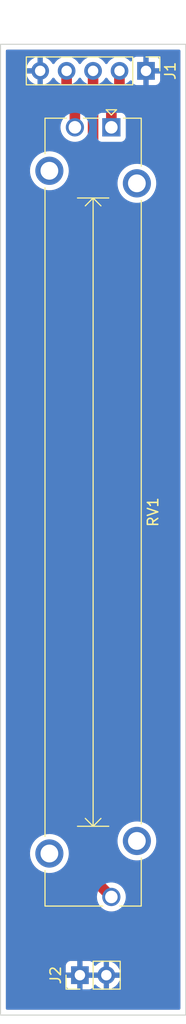
<source format=kicad_pcb>
(kicad_pcb (version 20211014) (generator pcbnew)
  (layers (0 "F.Cu" signal) (31 "B.Cu" signal) (34 "B.Paste" user) (35 "F.Paste" user) (36 "B.SilkS" user "B.Silkscreen") (37 "F.SilkS" user "F.Silkscreen") (38 "B.Mask" user) (39 "F.Mask" user) (44 "Edge.Cuts" user))
  (net 0 "")
  (net 1 "Net-(J1-Pad2)")
  (net 2 "Net-(RV1-Pad2)")
  (net 3 "Net-(RV1-Pad3)")
  (net 4 "GND")
  (footprint "Connector_PinHeader_2.54mm:PinHeader_1x05_P2.54mm_Vertical" (layer "F.Cu") (at 170.175 45.72 -90)
    (fp_text reference "J1" (at 0 -2.33 -90) (layer "F.SilkS"))
    (fp_text value "Conn_01x05_Male")
    (fp_line (start -1.33 0) (end -1.33 -1.33) (layer "F.SilkS") (width 0.12))
    (fp_line (start -1.33 11.49) (end 1.33 11.49) (layer "F.SilkS") (width 0.12))
    (fp_line (start -1.33 1.27) (end 1.33 1.27) (layer "F.SilkS") (width 0.12))
    (fp_line (start -1.33 -1.33) (end 0 -1.33) (layer "F.SilkS") (width 0.12))
    (fp_line (start -1.33 1.27) (end -1.33 11.49) (layer "F.SilkS") (width 0.12))
    (fp_line (start 1.33 1.27) (end 1.33 11.49) (layer "F.SilkS") (width 0.12))
    (pad "1" thru_hole rect (at 0 0 270) (size 1.7 1.7) (drill 1) (layers *.Cu *.Mask) (net 4 "GND"))
    (pad "2" thru_hole oval (at 0 2.54 270) (size 1.7 1.7) (drill 1) (layers *.Cu *.Mask) (net 1 "Net-(J1-Pad2)"))
    (pad "3" thru_hole oval (at 0 5.08 270) (size 1.7 1.7) (drill 1) (layers *.Cu *.Mask) (net 3 "Net-(RV1-Pad3)"))
    (pad "4" thru_hole oval (at 0 7.62 270) (size 1.7 1.7) (drill 1) (layers *.Cu *.Mask) (net 2 "Net-(RV1-Pad2)"))
    (pad "5" thru_hole oval (at 0 10.16 270) (size 1.7 1.7) (drill 1) (layers *.Cu *.Mask) (net 4 "GND"))
  )
  (footprint "Connector_PinHeader_2.54mm:PinHeader_1x02_P2.54mm_Vertical" (layer "F.Cu") (at 163.83 132.08 90)
    (fp_text reference "J2" (at 0 -2.33 90) (layer "F.SilkS"))
    (fp_text value "Conn_01x02")
    (fp_line (start 1.33 1.27) (end 1.33 3.87) (layer "F.SilkS") (width 0.12))
    (fp_line (start -1.33 -1.33) (end 0 -1.33) (layer "F.SilkS") (width 0.12))
    (fp_line (start -1.33 1.27) (end -1.33 3.87) (layer "F.SilkS") (width 0.12))
    (fp_line (start -1.33 1.27) (end 1.33 1.27) (layer "F.SilkS") (width 0.12))
    (fp_line (start -1.33 3.87) (end 1.33 3.87) (layer "F.SilkS") (width 0.12))
    (fp_line (start -1.33 0) (end -1.33 -1.33) (layer "F.SilkS") (width 0.12))
    (pad "1" thru_hole rect (at 0 0 90) (size 1.7 1.7) (drill 1) (layers *.Cu *.Mask) (net 4 "GND"))
    (pad "2" thru_hole oval (at 0 2.54 90) (size 1.7 1.7) (drill 1) (layers *.Cu *.Mask) (net 4 "GND"))
  )
  (footprint "Potentiometer_THT:Potentiometer_Bourns_PTA6043_Single_Slide" (layer "F.Cu") (at 166.85 51.11 -90)
    (fp_text reference "RV1" (at 36.75 -4 90) (layer "F.SilkS"))
    (fp_text value "R_Potentiometer")
    (fp_line (start 69.786 -2.87) (end 74.37 -2.87) (layer "F.SilkS") (width 0.12))
    (fp_line (start 7.5 1) (end 6.75 1.75) (layer "F.SilkS") (width 0.12))
    (fp_line (start -0.87 -2.87) (end -0.87 -1.175) (layer "F.SilkS") (width 0.12))
    (fp_line (start 66 1) (end 66.75 1.75) (layer "F.SilkS") (width 0.12))
    (fp_line (start 6.75 1.75) (end 7.5 2.5) (layer "F.SilkS") (width 0.12))
    (fp_line (start -0.87 1.175) (end -0.87 2.678) (layer "F.SilkS") (width 0.12))
    (fp_line (start 6.75 1.75) (end 66.75 1.75) (layer "F.SilkS") (width 0.12))
    (fp_line (start 5.786 6.37) (end 67.715 6.37) (layer "F.SilkS") (width 0.12))
    (fp_line (start -0.87 6.37) (end 2.515 6.37) (layer "F.SilkS") (width 0.12))
    (fp_line (start -1.675 -0.5) (end -1.675 0.5) (layer "F.SilkS") (width 0.12))
    (fp_line (start 66.75 1.75) (end 66 2.5) (layer "F.SilkS") (width 0.12))
    (fp_line (start -0.87 -2.87) (end 3.715 -2.87) (layer "F.SilkS") (width 0.12))
    (fp_line (start 74.37 0.823) (end 74.37 6.37) (layer "F.SilkS") (width 0.12))
    (fp_line (start 70.986 6.37) (end 74.37 6.37) (layer "F.SilkS") (width 0.12))
    (fp_line (start -1.675 0.5) (end -1.175 0) (layer "F.SilkS") (width 0.12))
    (fp_line (start -0.87 4.323) (end -0.87 6.37) (layer "F.SilkS") (width 0.12))
    (fp_line (start -1.175 0) (end -1.675 -0.5) (layer "F.SilkS") (width 0.12))
    (fp_line (start 6.75 0.25) (end 6.75 3.25) (layer "F.SilkS") (width 0.12))
    (fp_line (start 74.37 -2.87) (end 74.37 -0.823) (layer "F.SilkS") (width 0.12))
    (fp_line (start 66.75 0.25) (end 66.75 3.25) (layer "F.SilkS") (width 0.12))
    (fp_line (start 6.986 -2.87) (end 66.515 -2.87) (layer "F.SilkS") (width 0.12))
    (pad "1" thru_hole rect (at 0 0 270) (size 1.75 1.75) (drill 1.2) (layers *.Cu *.Mask) (net 1 "Net-(J1-Pad2)"))
    (pad "2" thru_hole circle (at 0 3.5 270) (size 1.75 1.75) (drill 1.2) (layers *.Cu *.Mask) (net 2 "Net-(RV1-Pad2)"))
    (pad "3" thru_hole circle (at 73.5 0 270) (size 1.75 1.75) (drill 1.2) (layers *.Cu *.Mask) (net 3 "Net-(RV1-Pad3)"))
    (pad "MP" thru_hole circle (at 5.35 -2.45 270) (size 2.7 2.7) (drill 1.7) (layers *.Cu *.Mask))
    (pad "MP" thru_hole circle (at 69.35 5.95 270) (size 2.7 2.7) (drill 1.7) (layers *.Cu *.Mask))
    (pad "MP" thru_hole circle (at 4.15 5.95 270) (size 2.7 2.7) (drill 1.7) (layers *.Cu *.Mask))
    (pad "MP" thru_hole circle (at 68.15 -2.45 270) (size 2.7 2.7) (drill 1.7) (layers *.Cu *.Mask))
  )
  (gr_rect (start 156.21 43.18) (end 173.99 135.89) (layer "Edge.Cuts") (width 0.1) (fill none))
  (segment (start 166.85 48.415) (end 166.85 51.11) (width 1.016) (layer "F.Cu") (net 1))
  (segment (start 167.625 45.72) (end 167.625 47.64) (width 1.016) (layer "F.Cu") (net 1))
  (segment (start 167.625 47.64) (end 166.85 48.415) (width 1.016) (layer "F.Cu") (net 1))
  (segment (start 162.555 48.255) (end 162.555 45.72) (width 1.016) (layer "F.Cu") (net 2))
  (segment (start 163.35 51.11) (end 163.35 49.05) (width 1.016) (layer "F.Cu") (net 2))
  (segment (start 163.35 49.05) (end 162.555 48.255) (width 1.016) (layer "F.Cu") (net 2))
  (segment (start 165.095 122.855) (end 166.85 124.61) (width 1.016) (layer "F.Cu") (net 3))
  (segment (start 165.095 45.72) (end 165.095 122.855) (width 1.016) (layer "F.Cu") (net 3))
  (segment (start 165.1 122.86) (end 163.35 124.61) (width 1.016) (layer "B.Cu") (net 4))
  (zone (net 4) (net_name "GND") (layers F&B.Cu) (connect_pads (clearance 0.508)) (min_thickness 0.254) (fill yes (thermal_gap 0.508) (thermal_bridge_width 0.508))
    (polygon (pts (xy 173.99 135.89) (xy 156.21 135.89) (xy 156.21 43.18) (xy 173.99 43.18)))
  )
)
</source>
